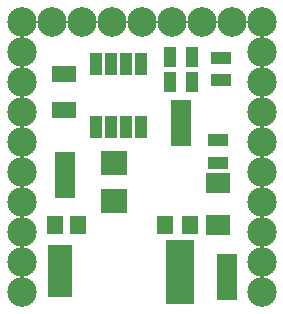
<source format=gbr>
G04 #@! TF.FileFunction,Soldermask,Top*
%FSLAX46Y46*%
G04 Gerber Fmt 4.6, Leading zero omitted, Abs format (unit mm)*
G04 Created by KiCad (PCBNEW 4.0.6) date 08/13/17 19:50:12*
%MOMM*%
%LPD*%
G01*
G04 APERTURE LIST*
%ADD10C,0.100000*%
%ADD11R,1.670000X1.370000*%
%ADD12R,2.200000X2.150000*%
%ADD13R,2.100000X1.700000*%
%ADD14R,1.000000X1.950000*%
%ADD15R,1.700000X1.100000*%
%ADD16R,1.400000X1.650000*%
%ADD17R,1.100000X1.700000*%
%ADD18R,2.000000X1.400000*%
%ADD19R,2.400000X5.400000*%
%ADD20R,2.100000X4.400000*%
%ADD21C,2.500000*%
G04 APERTURE END LIST*
D10*
D11*
X126669800Y-99390200D03*
X126669800Y-100660200D03*
X126669800Y-101930200D03*
D12*
X121031000Y-104064400D03*
X121031000Y-107314400D03*
D13*
X129819400Y-105819000D03*
X129819400Y-109319000D03*
D14*
X119430800Y-101074200D03*
X120700800Y-101074200D03*
X121970800Y-101074200D03*
X123240800Y-101074200D03*
X123240800Y-95674200D03*
X121970800Y-95674200D03*
X120700800Y-95674200D03*
X119430800Y-95674200D03*
D15*
X130022600Y-95189000D03*
X130022600Y-97089000D03*
D16*
X115967000Y-109347000D03*
X117967000Y-109347000D03*
D11*
X130530600Y-114985800D03*
X130530600Y-113715800D03*
X130530600Y-112445800D03*
X126669800Y-99390200D03*
X126669800Y-100660200D03*
X126669800Y-101930200D03*
X116814600Y-103809800D03*
X116814600Y-105079800D03*
X116814600Y-106349800D03*
D17*
X127619800Y-97205800D03*
X125719800Y-97205800D03*
X127619800Y-95123000D03*
X125719800Y-95123000D03*
D18*
X116763800Y-96569400D03*
X116763800Y-99569400D03*
D19*
X126608200Y-113298600D03*
D20*
X116458200Y-113258600D03*
D16*
X127415000Y-109296200D03*
X125315000Y-109296200D03*
D15*
X129819400Y-104048600D03*
X129819400Y-102148600D03*
D21*
X133481000Y-94665000D03*
X133481000Y-97205000D03*
X133481000Y-99745000D03*
X133481000Y-102285000D03*
X133481000Y-104825000D03*
X133481000Y-107365000D03*
X133481000Y-109905000D03*
X133481000Y-112445000D03*
X133481000Y-114985000D03*
X133481000Y-92125000D03*
X130941000Y-92125000D03*
X128401000Y-92125000D03*
X125861000Y-92125000D03*
X123321000Y-92125000D03*
X120781000Y-92125000D03*
X118241000Y-92125000D03*
X115701000Y-92125000D03*
X113161000Y-92125000D03*
X113161000Y-94665000D03*
X113161000Y-97205000D03*
X113161000Y-99745000D03*
X113161000Y-102285000D03*
X113161000Y-104825000D03*
X113161000Y-107365000D03*
X113161000Y-109905000D03*
X113161000Y-112445000D03*
X113161000Y-114985000D03*
M02*

</source>
